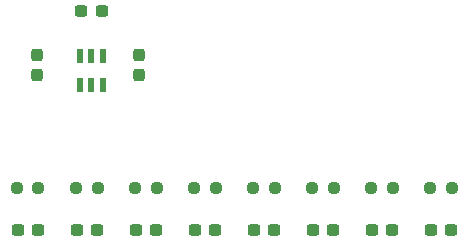
<source format=gbr>
%TF.GenerationSoftware,KiCad,Pcbnew,(6.0.7)*%
%TF.CreationDate,2023-09-07T13:28:03+01:00*%
%TF.ProjectId,CCC_rig_NTC_in,4343435f-7269-4675-9f4e-54435f696e2e,rev?*%
%TF.SameCoordinates,Original*%
%TF.FileFunction,Paste,Top*%
%TF.FilePolarity,Positive*%
%FSLAX46Y46*%
G04 Gerber Fmt 4.6, Leading zero omitted, Abs format (unit mm)*
G04 Created by KiCad (PCBNEW (6.0.7)) date 2023-09-07 13:28:03*
%MOMM*%
%LPD*%
G01*
G04 APERTURE LIST*
G04 Aperture macros list*
%AMRoundRect*
0 Rectangle with rounded corners*
0 $1 Rounding radius*
0 $2 $3 $4 $5 $6 $7 $8 $9 X,Y pos of 4 corners*
0 Add a 4 corners polygon primitive as box body*
4,1,4,$2,$3,$4,$5,$6,$7,$8,$9,$2,$3,0*
0 Add four circle primitives for the rounded corners*
1,1,$1+$1,$2,$3*
1,1,$1+$1,$4,$5*
1,1,$1+$1,$6,$7*
1,1,$1+$1,$8,$9*
0 Add four rect primitives between the rounded corners*
20,1,$1+$1,$2,$3,$4,$5,0*
20,1,$1+$1,$4,$5,$6,$7,0*
20,1,$1+$1,$6,$7,$8,$9,0*
20,1,$1+$1,$8,$9,$2,$3,0*%
G04 Aperture macros list end*
%ADD10R,0.600000X1.200000*%
%ADD11RoundRect,0.237500X0.300000X0.237500X-0.300000X0.237500X-0.300000X-0.237500X0.300000X-0.237500X0*%
%ADD12RoundRect,0.237500X0.237500X-0.300000X0.237500X0.300000X-0.237500X0.300000X-0.237500X-0.300000X0*%
%ADD13RoundRect,0.237500X0.250000X0.237500X-0.250000X0.237500X-0.250000X-0.237500X0.250000X-0.237500X0*%
%ADD14RoundRect,0.237500X-0.300000X-0.237500X0.300000X-0.237500X0.300000X0.237500X-0.300000X0.237500X0*%
G04 APERTURE END LIST*
D10*
%TO.C,IC2*%
X31350000Y-75850000D03*
X32300000Y-75850000D03*
X33250000Y-75850000D03*
X33250000Y-73350000D03*
X32300000Y-73350000D03*
X31350000Y-73350000D03*
%TD*%
D11*
%TO.C,C15*%
X47762500Y-88056000D03*
X46037500Y-88056000D03*
%TD*%
D12*
%TO.C,C20*%
X27728000Y-74954500D03*
X27728000Y-73229500D03*
%TD*%
D13*
%TO.C,R13*%
X32812500Y-84500000D03*
X30987500Y-84500000D03*
%TD*%
%TO.C,R14*%
X37812500Y-84500000D03*
X35987500Y-84500000D03*
%TD*%
D11*
%TO.C,C13*%
X37762500Y-88056000D03*
X36037500Y-88056000D03*
%TD*%
D14*
%TO.C,C21*%
X31437500Y-69520000D03*
X33162500Y-69520000D03*
%TD*%
D11*
%TO.C,C12*%
X32762500Y-88056000D03*
X31037500Y-88056000D03*
%TD*%
D13*
%TO.C,R12*%
X27812500Y-84500000D03*
X25987500Y-84500000D03*
%TD*%
D12*
%TO.C,C19*%
X36364000Y-74954500D03*
X36364000Y-73229500D03*
%TD*%
D13*
%TO.C,R18*%
X57812500Y-84500000D03*
X55987500Y-84500000D03*
%TD*%
%TO.C,R15*%
X42812500Y-84500000D03*
X40987500Y-84500000D03*
%TD*%
D11*
%TO.C,C17*%
X57762500Y-88056000D03*
X56037500Y-88056000D03*
%TD*%
%TO.C,C18*%
X62762500Y-88056000D03*
X61037500Y-88056000D03*
%TD*%
%TO.C,C14*%
X42762500Y-88056000D03*
X41037500Y-88056000D03*
%TD*%
%TO.C,C16*%
X52762500Y-88056000D03*
X51037500Y-88056000D03*
%TD*%
D13*
%TO.C,R16*%
X47812500Y-84500000D03*
X45987500Y-84500000D03*
%TD*%
%TO.C,R19*%
X62812500Y-84500000D03*
X60987500Y-84500000D03*
%TD*%
%TO.C,R17*%
X52812500Y-84500000D03*
X50987500Y-84500000D03*
%TD*%
D11*
%TO.C,C11*%
X27762500Y-88056000D03*
X26037500Y-88056000D03*
%TD*%
M02*

</source>
